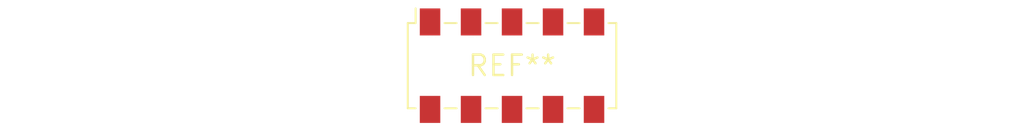
<source format=kicad_pcb>
(kicad_pcb (version 20240108) (generator pcbnew)
  (layers (0 "F.Cu" signal) (31 "B.Cu" signal) (34 "B.Paste" user) (35 "F.Paste" user) (36 "B.SilkS" user "B.Silkscreen") (37 "F.SilkS" user "F.Silkscreen") (38 "B.Mask" user) (39 "F.Mask" user) (44 "Edge.Cuts" user))
  (net 0 "")
  (footprint "Samtec_HLE-105-02-xxx-DV-BE-LC_2x05_P2.54mm_Horizontal" (layer "F.Cu") (at 0 0)
    (property "Reference" "REF**")
    (property "Value" "Samtec_HLE-105-02-xxx-DV-BE-LC_2x05_P2.54mm_Horizontal")
    (fp_line (start -6.46 -2.65) (end -6.46 2.65) (layer "F.SilkS") (stroke (width 0.12)))
    (fp_line (start -6.46 2.65) (end -5.975 2.65) (layer "F.SilkS") (stroke (width 0.12)))
    (fp_line (start -5.975 -3.56) (end -5.975 -2.65) (layer "F.SilkS") (stroke (width 0.12)))
    (fp_line (start -5.975 -2.65) (end -6.46 -2.65) (layer "F.SilkS") (stroke (width 0.12)))
    (fp_line (start -4.185 -2.65) (end -3.435 -2.65) (layer "F.SilkS") (stroke (width 0.12)))
    (fp_line (start -4.185 2.65) (end -3.435 2.65) (layer "F.SilkS") (stroke (width 0.12)))
    (fp_line (start -1.645 -2.65) (end -0.895 -2.65) (layer "F.SilkS") (stroke (width 0.12)))
    (fp_line (start -1.645 2.65) (end -0.895 2.65) (layer "F.SilkS") (stroke (width 0.12)))
    (fp_line (start 0.895 -2.65) (end 1.645 -2.65) (layer "F.SilkS") (stroke (width 0.12)))
    (fp_line (start 0.895 2.65) (end 1.645 2.65) (layer "F.SilkS") (stroke (width 0.12)))
    (fp_line (start 3.435 -2.65) (end 4.185 -2.65) (layer "F.SilkS") (stroke (width 0.12)))
    (fp_line (start 3.435 2.65) (end 4.185 2.65) (layer "F.SilkS") (stroke (width 0.12)))
    (fp_line (start 5.975 -2.65) (end 6.46 -2.65) (layer "F.SilkS") (stroke (width 0.12)))
    (fp_line (start 6.46 -2.65) (end 6.46 2.65) (layer "F.SilkS") (stroke (width 0.12)))
    (fp_line (start 6.46 2.65) (end 5.975 2.65) (layer "F.SilkS") (stroke (width 0.12)))
    (pad "" np_thru_hole circle (at -5.08 -1.27) (size 0.97 0.97) (drill 0.97) (layers *.Cu *.Mask))
    (pad "" np_thru_hole circle (at -5.08 1.27) (size 0.97 0.97) (drill 0.97) (layers *.Cu *.Mask))
    (pad "" np_thru_hole circle (at -3.81 0) (size 1.19 1.19) (drill 1.19) (layers *.Cu *.Mask))
    (pad "" np_thru_hole circle (at -2.54 -1.27) (size 0.97 0.97) (drill 0.97) (layers *.Cu *.Mask))
    (pad "" np_thru_hole circle (at -2.54 1.27) (size 0.97 0.97) (drill 0.97) (layers *.Cu *.Mask))
    (pad "" np_thru_hole circle (at 0 -1.27) (size 0.97 0.97) (drill 0.97) (layers *.Cu *.Mask))
    (pad "" np_thru_hole circle (at 0 1.27) (size 0.97 0.97) (drill 0.97) (layers *.Cu *.Mask))
    (pad "" np_thru_hole circle (at 2.54 -1.27) (size 0.97 0.97) (drill 0.97) (layers *.Cu *.Mask))
    (pad "" np_thru_hole circle (at 2.54 1.27) (size 0.97 0.97) (drill 0.97) (layers *.Cu *.Mask))
    (pad "" np_thru_hole circle (at 3.81 0) (size 1.19 1.19) (drill 1.19) (layers *.Cu *.Mask))
    (pad "" np_thru_hole circle (at 5.08 -1.27) (size 0.97 0.97) (drill 0.97) (layers *.Cu *.Mask))
    (pad "" np_thru_hole circle (at 5.08 1.27) (size 0.97 0.97) (drill 0.97) (layers *.Cu *.Mask))
    (pad "1" smd rect (at -5.08 -2.72) (size 1.27 1.68) (layers "F.Cu" "F.Paste" "F.Mask"))
    (pad "2" smd rect (at -5.08 2.72) (size 1.27 1.68) (layers "F.Cu" "F.Paste" "F.Mask"))
    (pad "3" smd rect (at -2.54 -2.72) (size 1.27 1.68) (layers "F.Cu" "F.Paste" "F.Mask"))
    (pad "4" smd rect (at -2.54 2.72) (size 1.27 1.68) (layers "F.Cu" "F.Paste" "F.Mask"))
    (pad "5" smd rect (at 0 -2.72) (size 1.27 1.68) (layers "F.Cu" "F.Paste" "F.Mask"))
    (pad "6" smd rect (at 0 2.72) (size 1.27 1.68) (layers "F.Cu" "F.Paste" "F.Mask"))
    (pad "7" smd rect (at 2.54 -2.72) (size 1.27 1.68) (layers "F.Cu" "F.Paste" "F.Mask"))
    (pad "8" smd rect (at 2.54 2.72) (size 1.27 1.68) (layers "F.Cu" "F.Paste" "F.Mask"))
    (pad "9" smd rect (at 5.08 -2.72) (size 1.27 1.68) (layers "F.Cu" "F.Paste" "F.Mask"))
    (pad "10" smd rect (at 5.08 2.72) (size 1.27 1.68) (layers "F.Cu" "F.Paste" "F.Mask"))
  )
)
</source>
